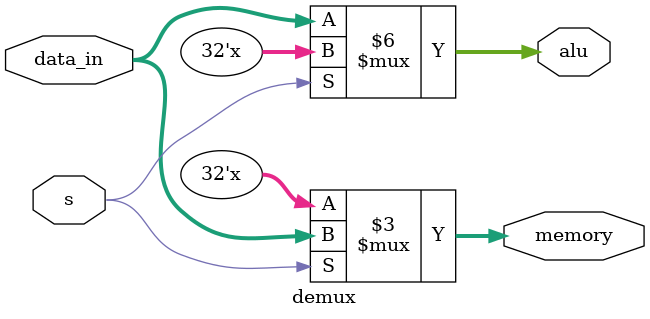
<source format=v>
module demux(input [31:0]data_in,
	     input s,
	     output reg [31:0]alu,
	     output reg [31:0]memory);

  always @(*) begin

    if(s) begin
      alu = 32'b z;
      memory = data_in; 
    end
    else begin
      alu = data_in;
      memory = 32'b z;  
    end
      
  end

endmodule
</source>
